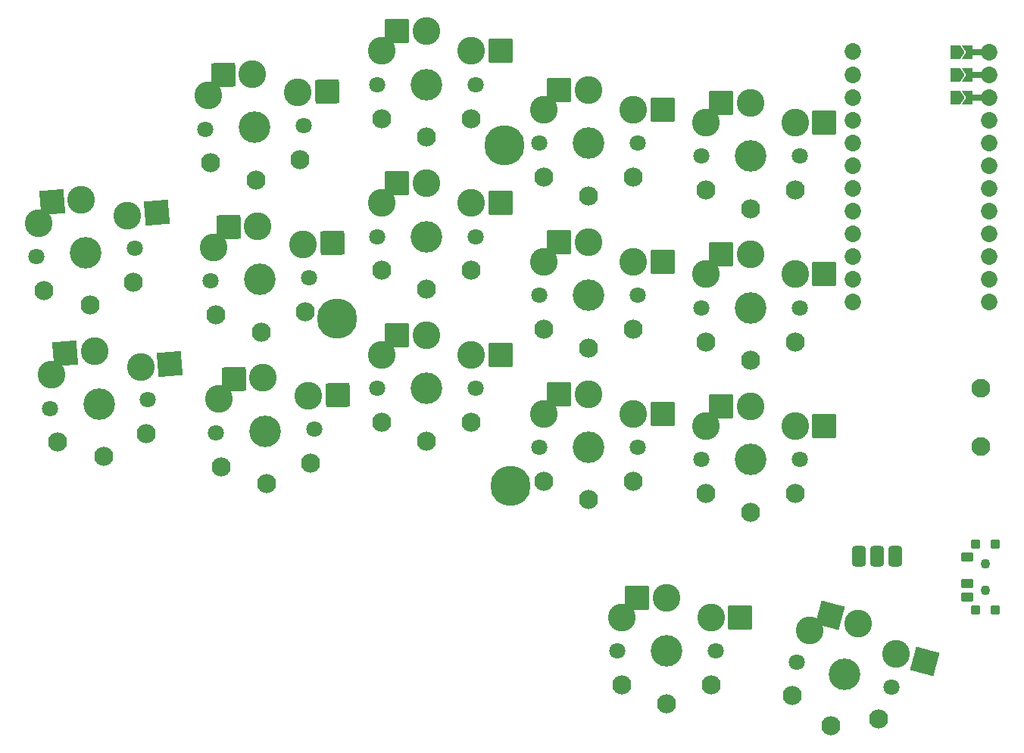
<source format=gbs>
%TF.GenerationSoftware,KiCad,Pcbnew,(6.0.4)*%
%TF.CreationDate,2022-06-21T15:17:04+02:00*%
%TF.ProjectId,konafa,6b6f6e61-6661-42e6-9b69-6361645f7063,v1.0.0*%
%TF.SameCoordinates,Original*%
%TF.FileFunction,Soldermask,Bot*%
%TF.FilePolarity,Negative*%
%FSLAX46Y46*%
G04 Gerber Fmt 4.6, Leading zero omitted, Abs format (unit mm)*
G04 Created by KiCad (PCBNEW (6.0.4)) date 2022-06-21 15:17:04*
%MOMM*%
%LPD*%
G01*
G04 APERTURE LIST*
G04 Aperture macros list*
%AMRoundRect*
0 Rectangle with rounded corners*
0 $1 Rounding radius*
0 $2 $3 $4 $5 $6 $7 $8 $9 X,Y pos of 4 corners*
0 Add a 4 corners polygon primitive as box body*
4,1,4,$2,$3,$4,$5,$6,$7,$8,$9,$2,$3,0*
0 Add four circle primitives for the rounded corners*
1,1,$1+$1,$2,$3*
1,1,$1+$1,$4,$5*
1,1,$1+$1,$6,$7*
1,1,$1+$1,$8,$9*
0 Add four rect primitives between the rounded corners*
20,1,$1+$1,$2,$3,$4,$5,0*
20,1,$1+$1,$4,$5,$6,$7,0*
20,1,$1+$1,$6,$7,$8,$9,0*
20,1,$1+$1,$8,$9,$2,$3,0*%
%AMFreePoly0*
4,1,16,0.685355,0.785355,0.700000,0.750000,0.691603,0.722265,0.210093,0.000000,0.691603,-0.722265,0.699029,-0.759806,0.677735,-0.791603,0.650000,-0.800000,-0.500000,-0.800000,-0.535355,-0.785355,-0.550000,-0.750000,-0.550000,0.750000,-0.535355,0.785355,-0.500000,0.800000,0.650000,0.800000,0.685355,0.785355,0.685355,0.785355,$1*%
%AMFreePoly1*
4,1,16,0.535355,0.785355,0.550000,0.750000,0.550000,-0.750000,0.535355,-0.785355,0.500000,-0.800000,-0.500000,-0.800000,-0.535355,-0.785355,-0.541603,-0.777735,-1.041603,-0.027735,-1.049029,0.009806,-1.041603,0.027735,-0.541603,0.777735,-0.509806,0.799029,-0.500000,0.800000,0.500000,0.800000,0.535355,0.785355,0.535355,0.785355,$1*%
G04 Aperture macros list end*
%ADD10RoundRect,0.425000X-0.375000X-0.750000X0.375000X-0.750000X0.375000X0.750000X-0.375000X0.750000X0*%
%ADD11C,2.100000*%
%ADD12C,1.801800*%
%ADD13C,3.100000*%
%ADD14C,3.529000*%
%ADD15C,2.132000*%
%ADD16RoundRect,0.050000X-1.253839X-1.344577X1.344577X-1.253839X1.253839X1.344577X-1.344577X1.253839X0*%
%ADD17RoundRect,0.050000X-1.300000X-1.300000X1.300000X-1.300000X1.300000X1.300000X-1.300000X1.300000X0*%
%ADD18RoundRect,0.050000X-1.592168X-0.919239X0.919239X-1.592168X1.592168X0.919239X-0.919239X1.592168X0*%
%ADD19RoundRect,0.050000X-0.450000X0.450000X-0.450000X-0.450000X0.450000X-0.450000X0.450000X0.450000X0*%
%ADD20C,1.100000*%
%ADD21RoundRect,0.050000X-0.625000X0.450000X-0.625000X-0.450000X0.625000X-0.450000X0.625000X0.450000X0*%
%ADD22RoundRect,0.050000X-1.181751X-1.408356X1.408356X-1.181751X1.181751X1.408356X-1.408356X1.181751X0*%
%ADD23C,1.852600*%
%ADD24FreePoly0,180.000000*%
%ADD25RoundRect,0.050000X-0.762000X0.250000X-0.762000X-0.250000X0.762000X-0.250000X0.762000X0.250000X0*%
%ADD26FreePoly1,180.000000*%
%ADD27C,4.500000*%
G04 APERTURE END LIST*
D10*
%TO.C,PAD1*%
X148871860Y60487381D03*
X146871860Y60487381D03*
X144871860Y60487381D03*
%TD*%
D11*
%TO.C,B1*%
X158496000Y79248000D03*
X158496000Y72748000D03*
%TD*%
D12*
%TO.C,S11*%
X71773275Y108266500D03*
D13*
X77062273Y114404822D03*
D14*
X77269925Y108458447D03*
D13*
X82136006Y112380659D03*
X72142098Y112031664D03*
D12*
X82766575Y108650394D03*
D15*
X72405589Y104486264D03*
X82399497Y104835259D03*
D16*
X73789267Y114290527D03*
D15*
X77475832Y102562041D03*
D16*
X85409011Y112494955D03*
%TD*%
D14*
%TO.C,S15*%
X96495817Y96246989D03*
D13*
X96495817Y102196989D03*
D12*
X90995817Y96246989D03*
D13*
X101495817Y99996988D03*
X91495817Y99996988D03*
D12*
X101995817Y96246989D03*
D15*
X91495817Y92446989D03*
X101495817Y92446989D03*
D17*
X93220816Y102196989D03*
X104770817Y99996988D03*
D15*
X96495817Y90346989D03*
%TD*%
D13*
%TO.C,S21*%
X114611087Y95636017D03*
D12*
X109111087Y89686017D03*
X120111087Y89686017D03*
D13*
X109611087Y93436016D03*
X119611087Y93436016D03*
D14*
X114611087Y89686017D03*
D15*
X109611087Y85886017D03*
X119611087Y85886017D03*
D17*
X111336086Y95636017D03*
D15*
X114611087Y83786017D03*
D17*
X122886087Y93436016D03*
%TD*%
D12*
%TO.C,S29*%
X138218280Y105278852D03*
D13*
X137718280Y109028851D03*
X127718280Y109028851D03*
D12*
X127218280Y105278852D03*
D14*
X132718280Y105278852D03*
D13*
X132718280Y111228852D03*
D17*
X129443279Y111228852D03*
D15*
X127718280Y101478852D03*
X137718280Y101478852D03*
X132718280Y99378852D03*
D17*
X140993280Y109028851D03*
%TD*%
D13*
%TO.C,S33*%
X149013668Y49563678D03*
D12*
X148526060Y45812047D03*
D13*
X144753441Y52982811D03*
D12*
X137900876Y48659057D03*
D13*
X139354410Y52151868D03*
D14*
X143213468Y47235552D03*
D18*
X141590033Y53830443D03*
D15*
X147059585Y42270939D03*
X137400326Y44859129D03*
D18*
X152177075Y48716045D03*
D15*
X141686436Y41536590D03*
%TD*%
D14*
%TO.C,S7*%
X78456509Y74479159D03*
D13*
X78248857Y80425534D03*
X73328682Y78052376D03*
X83322590Y78401371D03*
D12*
X72959859Y74287212D03*
X83953159Y74671106D03*
D16*
X74975851Y80311239D03*
D15*
X83586081Y70855971D03*
X73592173Y70506976D03*
D16*
X86595595Y78515667D03*
D15*
X78662416Y68582753D03*
%TD*%
D19*
%TO.C,T2*%
X160104000Y54466000D03*
X160104000Y61866000D03*
X157904000Y54466000D03*
X157904000Y61866000D03*
D20*
X159004000Y59666000D03*
X159004000Y56666000D03*
D21*
X156929000Y60416000D03*
X156929000Y57416000D03*
X156929000Y55916000D03*
%TD*%
D12*
%TO.C,S5*%
X52940861Y93963998D03*
D14*
X58419932Y94443355D03*
D12*
X63899003Y94922712D03*
D13*
X57901355Y100370713D03*
X63074072Y98614863D03*
X53112125Y97743305D03*
D15*
X53770150Y90222036D03*
D22*
X54638817Y100085278D03*
D15*
X63732097Y91093594D03*
X58934151Y88565806D03*
D22*
X66336609Y98900298D03*
%TD*%
D14*
%TO.C,S27*%
X132718280Y88278852D03*
D12*
X127218280Y88278852D03*
D13*
X127718280Y92028851D03*
D12*
X138218280Y88278852D03*
D13*
X137718280Y92028851D03*
X132718280Y94228852D03*
D15*
X137718280Y84478852D03*
D17*
X129443279Y94228852D03*
D15*
X127718280Y84478852D03*
X132718280Y82378852D03*
D17*
X140993280Y92028851D03*
%TD*%
D12*
%TO.C,S9*%
X83359867Y91660750D03*
D13*
X82729298Y95391015D03*
D14*
X77863217Y91468803D03*
D13*
X72735390Y95042020D03*
X77655565Y97415178D03*
D12*
X72366567Y91276856D03*
D15*
X72998881Y87496620D03*
D16*
X74382559Y97300883D03*
D15*
X82992789Y87845615D03*
D16*
X86002303Y95505311D03*
D15*
X78069124Y85572397D03*
%TD*%
D12*
%TO.C,S13*%
X90995817Y79246989D03*
D14*
X96495817Y79246989D03*
D13*
X96495817Y85196989D03*
X91495817Y82996988D03*
D12*
X101995817Y79246989D03*
D13*
X101495817Y82996988D03*
D15*
X91495817Y75446989D03*
D17*
X93220816Y85196989D03*
D15*
X101495817Y75446989D03*
X96495817Y73346989D03*
D17*
X104770817Y82996988D03*
%TD*%
D13*
%TO.C,S27*%
X132708967Y77242685D03*
D14*
X132708967Y71292685D03*
D13*
X127708967Y75042684D03*
D12*
X127208967Y71292685D03*
D13*
X137708967Y75042684D03*
D12*
X138208967Y71292685D03*
D17*
X129433966Y77242685D03*
D15*
X137708967Y67492685D03*
X127708967Y67492685D03*
D17*
X140983967Y75042684D03*
D15*
X132708967Y65392685D03*
%TD*%
D12*
%TO.C,S17*%
X101995818Y113246989D03*
D13*
X91495818Y116996988D03*
X96495818Y119196989D03*
D14*
X96495818Y113246989D03*
D12*
X90995818Y113246989D03*
D13*
X101495818Y116996988D03*
D17*
X93220817Y119196989D03*
D15*
X91495818Y109446989D03*
X101495818Y109446989D03*
D17*
X104770818Y116996988D03*
D15*
X96495818Y107346989D03*
%TD*%
D12*
%TO.C,S31*%
X128820174Y49854554D03*
D13*
X118320174Y53604553D03*
D12*
X117820174Y49854554D03*
D13*
X128320174Y53604553D03*
X123320174Y55804554D03*
D14*
X123320174Y49854554D03*
D17*
X120045173Y55804554D03*
D15*
X128320174Y46054554D03*
X118320174Y46054554D03*
X123320174Y43954554D03*
D17*
X131595174Y53604553D03*
%TD*%
D23*
%TO.C,MCU1*%
X159385000Y114343254D03*
D24*
X157051477Y114343254D03*
D23*
X159385000Y111803254D03*
D25*
X158001477Y116883254D03*
D23*
X144145000Y111803254D03*
D25*
X158001477Y114343254D03*
X158001477Y111803254D03*
D24*
X157051477Y111803254D03*
X157051477Y116883254D03*
D23*
X144145000Y116967000D03*
X159385000Y116883254D03*
X144145000Y114343254D03*
D26*
X155601477Y116883254D03*
X155601477Y114343254D03*
X155601477Y111803254D03*
D23*
X144145000Y109263254D03*
X144145000Y106723254D03*
X144145000Y104183254D03*
X144145000Y101643254D03*
X144145000Y99103254D03*
X144145000Y96563254D03*
X144145000Y94023254D03*
X144145000Y91483254D03*
X144145000Y88943254D03*
X159385000Y109263254D03*
X159385000Y106723254D03*
X159385000Y104183254D03*
X159385000Y101643254D03*
X159385000Y99103254D03*
X159385000Y96563254D03*
X159385000Y94023254D03*
X159385000Y91483254D03*
X159385000Y88943254D03*
%TD*%
D12*
%TO.C,S3*%
X65380650Y77987400D03*
D13*
X54593772Y80807993D03*
X59383002Y83435401D03*
X64555719Y81679551D03*
D12*
X54422508Y77028686D03*
D14*
X59901579Y77508043D03*
D15*
X55251797Y73286724D03*
X65213744Y74158282D03*
D22*
X56120464Y83149966D03*
X67818256Y81964986D03*
D15*
X60415798Y71630494D03*
%TD*%
D27*
%TO.C,REF\u002A\u002A*%
X86538433Y87040631D03*
X105918000Y68326000D03*
X105253064Y106420198D03*
%TD*%
D13*
%TO.C,S23*%
X119611087Y110436016D03*
X109611087Y110436016D03*
X114611087Y112636017D03*
D12*
X109111087Y106686017D03*
D14*
X114611087Y106686017D03*
D12*
X120111087Y106686017D03*
D15*
X109611087Y102886017D03*
X119611087Y102886017D03*
D17*
X111336086Y112636017D03*
D15*
X114611087Y100786017D03*
D17*
X122886087Y110436016D03*
%TD*%
D13*
%TO.C,S19*%
X109611087Y76436016D03*
D12*
X120111087Y72686017D03*
X109111087Y72686017D03*
D14*
X114611087Y72686017D03*
D13*
X114611087Y78636017D03*
X119611087Y76436016D03*
D15*
X109611087Y68886017D03*
X119611087Y68886017D03*
D17*
X111336086Y78636017D03*
X122886087Y76436016D03*
D15*
X114611087Y66786017D03*
%TD*%
M02*

</source>
